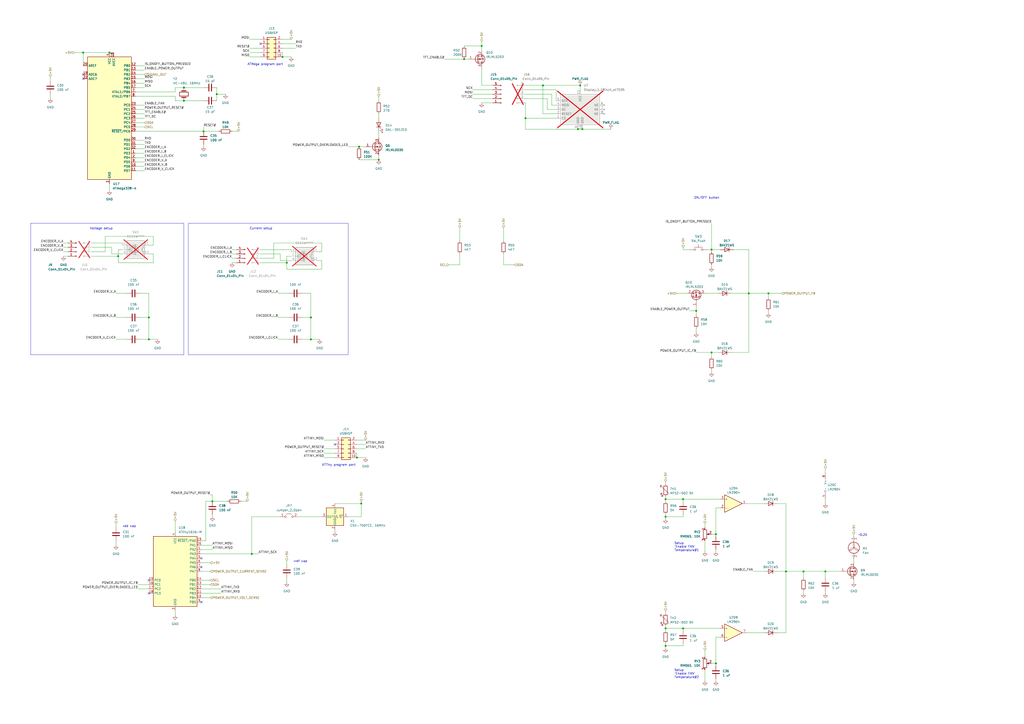
<source format=kicad_sch>
(kicad_sch (version 20230121) (generator eeschema)
  (paper "A2")
  (junction (at 478.79 331.47))
  (junction (at 163.83 33.02))
  (junction (at 180.34 196.85))
  (junction (at 434.34 170.18))
  (junction (at 386.08 364.49))
  (junction (at 166.37 152.4))
  (junction (at 304.8 68.58))
  (junction (at 68.58 148.59))
  (junction (at 180.34 184.15))
  (junction (at 125.73 54.61))
  (junction (at 48.26 30.48))
  (junction (at 86.36 196.85))
  (junction (at 386.08 299.72))
  (junction (at 386.08 289.56))
  (junction (at 415.29 309.88))
  (junction (at 445.77 170.18))
  (junction (at 386.08 374.65))
  (junction (at 146.05 321.31))
  (junction (at 207.01 265.43))
  (junction (at 106.68 50.8))
  (junction (at 118.11 76.2))
  (junction (at 455.93 331.47))
  (junction (at 209.55 292.1))
  (junction (at 396.24 364.49))
  (junction (at 123.19 290.83))
  (junction (at 403.86 180.34))
  (junction (at 335.28 74.93))
  (junction (at 269.24 34.29))
  (junction (at 219.71 92.71))
  (junction (at 314.96 49.53))
  (junction (at 466.09 331.47))
  (junction (at 415.29 384.81))
  (junction (at 396.24 289.56))
  (junction (at 412.75 204.47))
  (junction (at 106.68 58.42))
  (junction (at 336.55 49.53))
  (junction (at 337.82 74.93))
  (junction (at 86.36 184.15))
  (junction (at 63.5 30.48))
  (junction (at 412.75 144.78))
  (junction (at 208.28 85.09))
  (junction (at 279.4 26.67))
  (no_connect (at 194.31 257.81))
  (no_connect (at 86.36 336.55))
  (no_connect (at 86.36 344.17))
  (no_connect (at 116.84 323.85))
  (no_connect (at 116.84 328.93))
  (no_connect (at 48.26 45.72))
  (no_connect (at 48.26 43.18))
  (no_connect (at 116.84 349.25))
  (no_connect (at 151.13 25.4))
  (wire (pts (xy 168.91 144.78) (xy 168.91 146.05)))
  (wire (pts (xy 396.24 144.78) (xy 400.05 144.78)))
  (wire (pts (xy 118.11 83.82) (xy 118.11 85.09)))
  (wire (pts (xy 219.71 90.17) (xy 219.71 92.71)))
  (wire (pts (xy 304.8 68.58) (xy 304.8 74.93)))
  (wire (pts (xy 386.08 289.56) (xy 386.08 290.83)))
  (wire (pts (xy 151.13 144.78) (xy 168.91 144.78)))
  (wire (pts (xy 386.08 289.56) (xy 396.24 289.56)))
  (wire (pts (xy 412.75 214.63) (xy 412.75 215.9)))
  (wire (pts (xy 279.4 24.13) (xy 279.4 26.67)))
  (wire (pts (xy 396.24 373.38) (xy 396.24 374.65)))
  (wire (pts (xy 408.94 170.18) (xy 416.56 170.18)))
  (wire (pts (xy 78.74 48.26) (xy 83.82 48.26)))
  (wire (pts (xy 88.9 142.24) (xy 86.36 142.24)))
  (wire (pts (xy 78.74 88.9) (xy 83.82 88.9)))
  (wire (pts (xy 408.94 377.19) (xy 408.94 381)))
  (wire (pts (xy 412.75 204.47) (xy 416.56 204.47)))
  (wire (pts (xy 67.31 184.15) (xy 73.66 184.15)))
  (wire (pts (xy 116.84 326.39) (xy 121.92 326.39)))
  (wire (pts (xy 320.04 54.61) (xy 320.04 60.96)))
  (wire (pts (xy 60.96 146.05) (xy 60.96 137.16)))
  (wire (pts (xy 269.24 26.67) (xy 279.4 26.67)))
  (wire (pts (xy 466.09 331.47) (xy 455.93 331.47)))
  (wire (pts (xy 386.08 364.49) (xy 396.24 364.49)))
  (wire (pts (xy 119.38 290.83) (xy 123.19 290.83)))
  (wire (pts (xy 386.08 279.4) (xy 386.08 280.67)))
  (wire (pts (xy 29.21 54.61) (xy 29.21 57.15)))
  (wire (pts (xy 386.08 288.29) (xy 386.08 289.56)))
  (wire (pts (xy 186.69 146.05) (xy 184.15 146.05)))
  (wire (pts (xy 166.37 325.12) (xy 166.37 327.66)))
  (wire (pts (xy 478.79 289.56) (xy 478.79 292.1)))
  (wire (pts (xy 86.36 147.32) (xy 88.9 147.32)))
  (wire (pts (xy 445.77 170.18) (xy 453.39 170.18)))
  (wire (pts (xy 88.9 147.32) (xy 88.9 152.4)))
  (wire (pts (xy 478.79 331.47) (xy 466.09 331.47)))
  (wire (pts (xy 161.29 196.85) (xy 167.64 196.85)))
  (wire (pts (xy 292.1 132.08) (xy 292.1 139.7)))
  (wire (pts (xy 158.75 149.86) (xy 158.75 140.97)))
  (wire (pts (xy 134.62 76.2) (xy 138.43 76.2)))
  (wire (pts (xy 187.96 262.89) (xy 194.31 262.89)))
  (wire (pts (xy 186.69 151.13) (xy 186.69 156.21)))
  (wire (pts (xy 175.26 196.85) (xy 180.34 196.85)))
  (wire (pts (xy 434.34 170.18) (xy 434.34 204.47)))
  (wire (pts (xy 186.69 156.21) (xy 166.37 156.21)))
  (wire (pts (xy 478.79 331.47) (xy 487.68 331.47)))
  (wire (pts (xy 304.8 74.93) (xy 335.28 74.93)))
  (wire (pts (xy 166.37 335.28) (xy 166.37 337.82)))
  (wire (pts (xy 415.29 369.57) (xy 415.29 384.81)))
  (wire (pts (xy 386.08 364.49) (xy 386.08 365.76)))
  (wire (pts (xy 116.84 321.31) (xy 146.05 321.31)))
  (wire (pts (xy 434.34 144.78) (xy 434.34 170.18)))
  (wire (pts (xy 219.71 66.04) (xy 219.71 68.58)))
  (wire (pts (xy 201.93 299.72) (xy 209.55 299.72)))
  (wire (pts (xy 71.12 144.78) (xy 68.58 144.78)))
  (wire (pts (xy 116.84 339.09) (xy 121.92 339.09)))
  (wire (pts (xy 415.29 369.57) (xy 417.83 369.57)))
  (wire (pts (xy 187.96 255.27) (xy 194.31 255.27)))
  (wire (pts (xy 495.3 309.88) (xy 495.3 311.15)))
  (wire (pts (xy 194.31 307.34) (xy 194.31 308.61)))
  (wire (pts (xy 80.01 341.63) (xy 86.36 341.63)))
  (wire (pts (xy 434.34 170.18) (xy 445.77 170.18)))
  (wire (pts (xy 208.28 92.71) (xy 219.71 92.71)))
  (wire (pts (xy 412.75 153.67) (xy 412.75 154.94)))
  (wire (pts (xy 410.21 144.78) (xy 412.75 144.78)))
  (wire (pts (xy 106.68 50.8) (xy 118.11 50.8)))
  (wire (pts (xy 48.26 30.48) (xy 63.5 30.48)))
  (wire (pts (xy 78.74 71.12) (xy 83.82 71.12)))
  (wire (pts (xy 86.36 196.85) (xy 91.44 196.85)))
  (wire (pts (xy 386.08 354.33) (xy 386.08 355.6)))
  (wire (pts (xy 415.29 294.64) (xy 417.83 294.64)))
  (wire (pts (xy 64.77 147.32) (xy 71.12 147.32)))
  (wire (pts (xy 415.29 294.64) (xy 415.29 309.88)))
  (wire (pts (xy 116.84 331.47) (xy 121.92 331.47)))
  (wire (pts (xy 337.82 74.93) (xy 354.33 74.93)))
  (wire (pts (xy 396.24 298.45) (xy 396.24 299.72)))
  (wire (pts (xy 119.38 290.83) (xy 119.38 313.69)))
  (wire (pts (xy 78.74 55.88) (xy 101.6 55.88)))
  (wire (pts (xy 78.74 50.8) (xy 83.82 50.8)))
  (wire (pts (xy 207.01 255.27) (xy 212.09 255.27)))
  (wire (pts (xy 415.29 318.77) (xy 415.29 320.04)))
  (wire (pts (xy 163.83 33.02) (xy 168.91 33.02)))
  (wire (pts (xy 80.01 339.09) (xy 86.36 339.09)))
  (wire (pts (xy 60.96 137.16) (xy 88.9 137.16)))
  (wire (pts (xy 274.32 52.07) (xy 285.75 52.07)))
  (wire (pts (xy 187.96 265.43) (xy 194.31 265.43)))
  (wire (pts (xy 412.75 384.81) (xy 415.29 384.81)))
  (wire (pts (xy 408.94 303.53) (xy 408.94 306.07)))
  (wire (pts (xy 412.75 129.54) (xy 412.75 144.78)))
  (wire (pts (xy 134.62 149.86) (xy 137.16 149.86)))
  (wire (pts (xy 396.24 289.56) (xy 396.24 290.83)))
  (wire (pts (xy 116.84 344.17) (xy 128.27 344.17)))
  (wire (pts (xy 292.1 153.67) (xy 298.45 153.67)))
  (wire (pts (xy 53.34 143.51) (xy 64.77 143.51)))
  (wire (pts (xy 207.01 265.43) (xy 212.09 265.43)))
  (wire (pts (xy 125.73 54.61) (xy 130.81 54.61)))
  (wire (pts (xy 48.26 30.48) (xy 48.26 38.1)))
  (wire (pts (xy 186.69 140.97) (xy 186.69 146.05)))
  (wire (pts (xy 78.74 83.82) (xy 83.82 83.82)))
  (wire (pts (xy 209.55 299.72) (xy 209.55 292.1)))
  (wire (pts (xy 257.81 34.29) (xy 269.24 34.29)))
  (wire (pts (xy 207.01 262.89) (xy 207.01 265.43)))
  (wire (pts (xy 322.58 52.07) (xy 322.58 58.42)))
  (wire (pts (xy 400.05 180.34) (xy 403.86 180.34)))
  (wire (pts (xy 78.74 96.52) (xy 83.82 96.52)))
  (wire (pts (xy 424.18 170.18) (xy 434.34 170.18)))
  (wire (pts (xy 168.91 148.59) (xy 166.37 148.59)))
  (wire (pts (xy 36.83 148.59) (xy 39.37 148.59)))
  (wire (pts (xy 180.34 170.18) (xy 180.34 184.15)))
  (wire (pts (xy 274.32 57.15) (xy 285.75 57.15)))
  (wire (pts (xy 78.74 86.36) (xy 83.82 86.36)))
  (wire (pts (xy 274.32 54.61) (xy 285.75 54.61)))
  (wire (pts (xy 151.13 149.86) (xy 158.75 149.86)))
  (wire (pts (xy 151.13 147.32) (xy 162.56 147.32)))
  (wire (pts (xy 101.6 354.33) (xy 101.6 356.87)))
  (wire (pts (xy 403.86 190.5) (xy 403.86 193.04)))
  (wire (pts (xy 116.84 346.71) (xy 121.92 346.71)))
  (wire (pts (xy 279.4 59.69) (xy 285.75 59.69)))
  (wire (pts (xy 123.19 290.83) (xy 132.08 290.83)))
  (wire (pts (xy 162.56 151.13) (xy 168.91 151.13)))
  (wire (pts (xy 279.4 49.53) (xy 279.4 39.37)))
  (wire (pts (xy 123.19 287.02) (xy 123.19 290.83)))
  (wire (pts (xy 304.8 57.15) (xy 317.5 57.15)))
  (wire (pts (xy 101.6 302.26) (xy 101.6 308.61)))
  (wire (pts (xy 209.55 292.1) (xy 209.55 290.83)))
  (wire (pts (xy 412.75 144.78) (xy 417.83 144.78)))
  (wire (pts (xy 63.5 30.48) (xy 66.04 30.48)))
  (wire (pts (xy 78.74 93.98) (xy 83.82 93.98)))
  (wire (pts (xy 144.78 27.94) (xy 151.13 27.94)))
  (wire (pts (xy 396.24 364.49) (xy 417.83 364.49)))
  (wire (pts (xy 116.84 318.77) (xy 123.19 318.77)))
  (wire (pts (xy 68.58 144.78) (xy 68.58 148.59)))
  (wire (pts (xy 78.74 76.2) (xy 118.11 76.2)))
  (wire (pts (xy 304.8 68.58) (xy 322.58 68.58)))
  (wire (pts (xy 36.83 146.05) (xy 39.37 146.05)))
  (wire (pts (xy 162.56 147.32) (xy 162.56 151.13)))
  (wire (pts (xy 78.74 73.66) (xy 83.82 73.66)))
  (wire (pts (xy 118.11 73.66) (xy 118.11 76.2)))
  (wire (pts (xy 425.45 144.78) (xy 434.34 144.78)))
  (wire (pts (xy 166.37 152.4) (xy 166.37 156.21)))
  (wire (pts (xy 81.28 184.15) (xy 86.36 184.15)))
  (wire (pts (xy 208.28 85.09) (xy 212.09 85.09)))
  (wire (pts (xy 269.24 34.29) (xy 271.78 34.29)))
  (wire (pts (xy 125.73 50.8) (xy 125.73 54.61)))
  (wire (pts (xy 29.21 44.45) (xy 29.21 46.99)))
  (wire (pts (xy 445.77 180.34) (xy 445.77 181.61)))
  (wire (pts (xy 314.96 66.04) (xy 314.96 49.53)))
  (wire (pts (xy 260.35 153.67) (xy 266.7 153.67)))
  (wire (pts (xy 194.31 292.1) (xy 209.55 292.1)))
  (wire (pts (xy 67.31 313.69) (xy 67.31 316.23)))
  (wire (pts (xy 433.07 367.03) (xy 443.23 367.03)))
  (wire (pts (xy 81.28 170.18) (xy 86.36 170.18)))
  (wire (pts (xy 144.78 33.02) (xy 151.13 33.02)))
  (wire (pts (xy 166.37 148.59) (xy 166.37 152.4)))
  (wire (pts (xy 317.5 57.15) (xy 317.5 63.5)))
  (wire (pts (xy 466.09 331.47) (xy 466.09 335.28)))
  (wire (pts (xy 322.58 66.04) (xy 314.96 66.04)))
  (wire (pts (xy 455.93 367.03) (xy 450.85 367.03)))
  (wire (pts (xy 78.74 66.04) (xy 83.82 66.04)))
  (wire (pts (xy 412.75 309.88) (xy 415.29 309.88)))
  (wire (pts (xy 53.34 146.05) (xy 60.96 146.05)))
  (wire (pts (xy 433.07 292.1) (xy 443.23 292.1)))
  (wire (pts (xy 412.75 204.47) (xy 412.75 207.01)))
  (wire (pts (xy 292.1 147.32) (xy 292.1 153.67)))
  (wire (pts (xy 101.6 53.34) (xy 101.6 50.8)))
  (wire (pts (xy 163.83 27.94) (xy 171.45 27.94)))
  (wire (pts (xy 123.19 298.45) (xy 123.19 299.72)))
  (wire (pts (xy 180.34 184.15) (xy 180.34 196.85)))
  (wire (pts (xy 386.08 299.72) (xy 386.08 300.99)))
  (wire (pts (xy 396.24 143.51) (xy 396.24 144.78)))
  (wire (pts (xy 43.18 30.48) (xy 48.26 30.48)))
  (wire (pts (xy 163.83 22.86) (xy 168.91 22.86)))
  (wire (pts (xy 207.01 257.81) (xy 212.09 257.81)))
  (wire (pts (xy 436.88 331.47) (xy 443.23 331.47)))
  (wire (pts (xy 304.8 54.61) (xy 320.04 54.61)))
  (wire (pts (xy 146.05 299.72) (xy 162.56 299.72)))
  (wire (pts (xy 386.08 373.38) (xy 386.08 374.65)))
  (wire (pts (xy 67.31 170.18) (xy 73.66 170.18)))
  (wire (pts (xy 478.79 271.78) (xy 478.79 274.32)))
  (wire (pts (xy 478.79 342.9) (xy 478.79 344.17)))
  (wire (pts (xy 408.94 388.62) (xy 408.94 394.97)))
  (wire (pts (xy 86.36 184.15) (xy 86.36 196.85)))
  (wire (pts (xy 396.24 299.72) (xy 386.08 299.72)))
  (wire (pts (xy 175.26 184.15) (xy 180.34 184.15)))
  (wire (pts (xy 455.93 292.1) (xy 455.93 331.47)))
  (wire (pts (xy 163.83 25.4) (xy 171.45 25.4)))
  (wire (pts (xy 304.8 59.69) (xy 304.8 68.58)))
  (wire (pts (xy 445.77 172.72) (xy 445.77 170.18)))
  (wire (pts (xy 415.29 311.15) (xy 415.29 309.88)))
  (wire (pts (xy 149.86 321.31) (xy 146.05 321.31)))
  (wire (pts (xy 53.34 140.97) (xy 71.12 140.97)))
  (wire (pts (xy 478.79 335.28) (xy 478.79 331.47)))
  (wire (pts (xy 495.3 323.85) (xy 495.3 326.39)))
  (wire (pts (xy 116.84 336.55) (xy 121.92 336.55)))
  (wire (pts (xy 78.74 99.06) (xy 83.82 99.06)))
  (wire (pts (xy 81.28 196.85) (xy 86.36 196.85)))
  (wire (pts (xy 161.29 184.15) (xy 167.64 184.15)))
  (wire (pts (xy 304.8 49.53) (xy 314.96 49.53)))
  (wire (pts (xy 53.34 148.59) (xy 68.58 148.59)))
  (wire (pts (xy 139.7 290.83) (xy 143.51 290.83)))
  (wire (pts (xy 86.36 170.18) (xy 86.36 184.15)))
  (wire (pts (xy 455.93 292.1) (xy 450.85 292.1)))
  (wire (pts (xy 180.34 196.85) (xy 185.42 196.85)))
  (wire (pts (xy 396.24 364.49) (xy 396.24 365.76)))
  (wire (pts (xy 116.84 341.63) (xy 128.27 341.63)))
  (wire (pts (xy 187.96 260.35) (xy 194.31 260.35)))
  (wire (pts (xy 317.5 63.5) (xy 322.58 63.5)))
  (wire (pts (xy 396.24 289.56) (xy 417.83 289.56)))
  (wire (pts (xy 78.74 60.96) (xy 83.82 60.96)))
  (wire (pts (xy 106.68 58.42) (xy 118.11 58.42)))
  (wire (pts (xy 78.74 63.5) (xy 83.82 63.5)))
  (wire (pts (xy 403.86 180.34) (xy 403.86 182.88)))
  (wire (pts (xy 266.7 132.08) (xy 266.7 139.7)))
  (wire (pts (xy 88.9 137.16) (xy 88.9 142.24)))
  (wire (pts (xy 78.74 53.34) (xy 101.6 53.34)))
  (wire (pts (xy 101.6 50.8) (xy 106.68 50.8)))
  (wire (pts (xy 392.43 170.18) (xy 398.78 170.18)))
  (wire (pts (xy 36.83 140.97) (xy 39.37 140.97)))
  (wire (pts (xy 207.01 260.35) (xy 212.09 260.35)))
  (wire (pts (xy 285.75 49.53) (xy 279.4 49.53)))
  (wire (pts (xy 396.24 374.65) (xy 386.08 374.65)))
  (wire (pts (xy 161.29 170.18) (xy 167.64 170.18)))
  (wire (pts (xy 125.73 54.61) (xy 125.73 58.42)))
  (wire (pts (xy 175.26 170.18) (xy 180.34 170.18)))
  (wire (pts (xy 118.11 76.2) (xy 127 76.2)))
  (wire (pts (xy 412.75 144.78) (xy 412.75 146.05)))
  (wire (pts (xy 101.6 58.42) (xy 106.68 58.42)))
  (wire (pts (xy 134.62 144.78) (xy 137.16 144.78)))
  (wire (pts (xy 415.29 393.7) (xy 415.29 394.97)))
  (wire (pts (xy 304.8 52.07) (xy 322.58 52.07)))
  (wire (pts (xy 67.31 196.85) (xy 73.66 196.85)))
  (wire (pts (xy 121.92 287.02) (xy 123.19 287.02)))
  (wire (pts (xy 144.78 22.86) (xy 151.13 22.86)))
  (wire (pts (xy 144.78 30.48) (xy 151.13 30.48)))
  (wire (pts (xy 78.74 38.1) (xy 83.82 38.1)))
  (wire (pts (xy 78.74 91.44) (xy 83.82 91.44)))
  (wire (pts (xy 134.62 152.4) (xy 137.16 152.4)))
  (wire (pts (xy 78.74 81.28) (xy 83.82 81.28)))
  (wire (pts (xy 455.93 331.47) (xy 455.93 367.03)))
  (wire (pts (xy 386.08 298.45) (xy 386.08 299.72)))
  (wire (pts (xy 36.83 143.51) (xy 39.37 143.51)))
  (wire (pts (xy 434.34 204.47) (xy 424.18 204.47)))
  (wire (pts (xy 386.08 363.22) (xy 386.08 364.49)))
  (wire (pts (xy 266.7 153.67) (xy 266.7 147.32)))
  (wire (pts (xy 116.84 316.23) (xy 123.19 316.23)))
  (wire (pts (xy 67.31 303.53) (xy 67.31 306.07)))
  (wire (pts (xy 336.55 52.07) (xy 336.55 49.53)))
  (wire (pts (xy 88.9 152.4) (xy 68.58 152.4)))
  (wire (pts (xy 163.83 30.48) (xy 163.83 33.02)))
  (wire (pts (xy 158.75 140.97) (xy 186.69 140.97)))
  (wire (pts (xy 119.38 313.69) (xy 116.84 313.69)))
  (wire (pts (xy 386.08 374.65) (xy 386.08 375.92)))
  (wire (pts (xy 172.72 299.72) (xy 186.69 299.72)))
  (wire (pts (xy 408.94 313.69) (xy 408.94 320.04)))
  (wire (pts (xy 314.96 49.53) (xy 336.55 49.53)))
  (wire (pts (xy 101.6 55.88) (xy 101.6 58.42)))
  (wire (pts (xy 320.04 60.96) (xy 322.58 60.96)))
  (wire (pts (xy 415.29 386.08) (xy 415.29 384.81)))
  (wire (pts (xy 466.09 342.9) (xy 466.09 344.17)))
  (wire (pts (xy 134.62 147.32) (xy 137.16 147.32)))
  (wire (pts (xy 450.85 331.47) (xy 455.93 331.47)))
  (wire (pts (xy 219.71 76.2) (xy 219.71 80.01)))
  (wire (pts (xy 403.86 177.8) (xy 403.86 180.34)))
  (wire (pts (xy 71.12 140.97) (xy 71.12 142.24)))
  (wire (pts (xy 219.71 55.88) (xy 219.71 58.42)))
  (wire (pts (xy 78.74 43.18) (xy 83.82 43.18)))
  (wire (pts (xy 68.58 148.59) (xy 68.58 152.4)))
  (wire (pts (xy 78.74 40.64) (xy 83.82 40.64)))
  (wire (pts (xy 63.5 106.68) (xy 63.5 110.49)))
  (wire (pts (xy 78.74 68.58) (xy 83.82 68.58)))
  (wire (pts (xy 201.93 85.09) (xy 208.28 85.09)))
  (wire (pts (xy 64.77 143.51) (xy 64.77 147.32)))
  (wire (pts (xy 279.4 26.67) (xy 279.4 29.21)))
  (wire (pts (xy 146.05 299.72) (xy 146.05 321.31)))
  (wire (pts (xy 184.15 151.13) (xy 186.69 151.13)))
  (wire (pts (xy 78.74 45.72) (xy 83.82 45.72)))
  (wire (pts (xy 495.3 336.55) (xy 495.3 337.82)))
  (wire (pts (xy 151.13 152.4) (xy 166.37 152.4)))
  (wire (pts (xy 337.82 74.93) (xy 335.28 74.93)))
  (wire (pts (xy 403.86 204.47) (xy 412.75 204.47)))
  (rectangle (start 109.22 129.54) (end 201.93 205.74))
  (rectangle (start 17.78 129.54) (end 106.68 205.74))
  (text "vref cap" (at 170.18 326.39 0) (effects (font (size 1.27 1.27)) (justify left bottom)))
  (text "~0.2A" (at 497.84 311.15 0) (effects (font (size 1.27 1.27)) (justify left bottom)))
  (text "vdd cap\n" (at 71.12 306.07 0) (effects (font (size 1.27 1.27)) (justify left bottom)))
  (text "ATTiny program port" (at 186.69 270.51 0) (effects (font (size 1.27 1.27)) (justify left bottom)))
  (text "Setup \n'Enable FAN' \nTemperature#1" (at 391.16 320.04 0) (effects (font (size 1.27 1.27)) (justify left bottom)))
  (text "Setup \n'Enable FAN' \nTemperature#2" (at 391.16 393.7 0) (effects (font (size 1.27 1.27)) (justify left bottom)))
  (text "Voltage setup" (at 52.07 133.35 0) (effects (font (size 1.27 1.27)) (justify left bottom)))
  (text "Current setup" (at 144.78 133.35 0) (effects (font (size 1.27 1.27)) (justify left bottom)))
  (text "ATMega program port" (at 143.51 38.1 0) (effects (font (size 1.27 1.27)) (justify left bottom)))
  (text "ON/OFF button" (at 402.59 115.57 0) (effects (font (size 1.27 1.27)) (justify left bottom)))
  (label "ENCODER_I_B" (at 161.29 184.15 180))
  (label "POWER_OUTPUT_OVERLOADED_LED" (at 201.93 85.09 180))
  (label "ENABLE_POWER_OUTPUT" (at 400.05 180.34 180))
  (label "POWER_OUTPUT_RESET#" (at 187.96 260.35 180))
  (label "ATTINY_TXD" (at 212.09 260.35 0))
  (label "ATTINY_SCK" (at 187.96 262.89 180))
  (label "IS_ONOFF_BUTTON_PRESSED" (at 412.75 129.54 180))
  (label "ENCODER_I_A" (at 134.62 144.78 180))
  (label "ENCODER_I_A" (at 83.82 86.36 0))
  (label "ENCODER_I_CLICK" (at 134.62 149.86 180))
  (label "ENCODER_V_B" (at 36.83 143.51 180))
  (label "ATTINY_TXD" (at 128.27 341.63 0))
  (label "POWER_OUTPUT_RESET#" (at 83.82 63.5 0))
  (label "ENCODER_V_CLICK" (at 83.82 99.06 0))
  (label "TFT_DC" (at 83.82 68.58 0))
  (label "TFT_ENABLE#" (at 257.81 34.29 180))
  (label "ENABLE_FAN" (at 83.82 60.96 0))
  (label "ATTINY_MISO" (at 123.19 318.77 0))
  (label "ENCODER_V_A" (at 83.82 93.98 0))
  (label "POWER_OUTPUT_IC_FB" (at 80.01 339.09 180))
  (label "ENCODER_I_CLICK" (at 83.82 91.44 0))
  (label "POWER_OUTPUT_RESET#" (at 121.92 287.02 180))
  (label "ATTINY_SCK" (at 149.86 321.31 0))
  (label "ENCODER_V_B" (at 83.82 96.52 0))
  (label "ENCODER_V_B" (at 67.31 184.15 180))
  (label "RESET#" (at 118.11 73.66 0))
  (label "MOSI" (at 274.32 54.61 180))
  (label "MOSI" (at 144.78 22.86 180))
  (label "ENCODER_V_A" (at 67.31 170.18 180))
  (label "ATTINY_MOSI" (at 123.19 316.23 0))
  (label "ATTINY_RXD" (at 128.27 344.17 0))
  (label "ATTINY_MOSI" (at 187.96 255.27 180))
  (label "TFT_ENABLE#" (at 83.82 66.04 0))
  (label "SCK" (at 144.78 30.48 180))
  (label "MISO" (at 83.82 48.26 0))
  (label "MISO" (at 144.78 33.02 180))
  (label "ENCODER_V_CLICK" (at 67.31 196.85 180))
  (label "SCK" (at 83.82 50.8 0))
  (label "IS_ONOFF_BUTTON_PRESSED" (at 83.82 38.1 0))
  (label "ENABLE_FAN" (at 436.88 331.47 180))
  (label "RXD" (at 83.82 81.28 0))
  (label "ENCODER_V_CLICK" (at 36.83 146.05 180))
  (label "TXD" (at 83.82 83.82 0))
  (label "ENABLE_POWER_OUTPUT" (at 83.82 40.64 0))
  (label "ENCODER_I_CLICK" (at 161.29 196.85 180))
  (label "RXD" (at 171.45 25.4 0))
  (label "ENCODER_V_A" (at 36.83 140.97 180))
  (label "ATTINY_MISO" (at 187.96 265.43 180))
  (label "MOSI" (at 83.82 45.72 0))
  (label "ENCODER_I_B" (at 134.62 147.32 180))
  (label "TXD" (at 171.45 27.94 0))
  (label "TFT_DC" (at 274.32 57.15 180))
  (label "ENCODER_I_A" (at 161.29 170.18 180))
  (label "SCK" (at 274.32 52.07 180))
  (label "ENCODER_I_B" (at 83.82 88.9 0))
  (label "POWER_OUTPUT_IC_FB" (at 403.86 204.47 180))
  (label "RESET#" (at 144.78 27.94 180))
  (label "ATTINY_RXD" (at 212.09 257.81 0))
  (label "POWER_OUTPUT_OVERLOADED_LED" (at 80.01 341.63 180))
  (hierarchical_label "+5V" (shape input) (at 212.09 255.27 90))
  (hierarchical_label "SCL" (shape input) (at 260.35 153.67 180))
  (hierarchical_label "+5V" (shape input) (at 408.94 303.53 90))
  (hierarchical_label "SDA" (shape input) (at 83.82 71.12 0))
  (hierarchical_label "SDA" (shape input) (at 298.45 153.67 0))
  (hierarchical_label "+5V" (shape input) (at 266.7 132.08 90))
  (hierarchical_label "+5V" (shape input) (at 143.51 290.83 90))
  (hierarchical_label "+5V" (shape input) (at 209.55 290.83 90))
  (hierarchical_label "+5V" (shape input) (at 495.3 309.88 90))
  (hierarchical_label "+5V" (shape input) (at 101.6 302.26 90))
  (hierarchical_label "+5V" (shape input) (at 408.94 377.19 90))
  (hierarchical_label "+5V" (shape input) (at 29.21 44.45 90))
  (hierarchical_label "+5V" (shape input) (at 43.18 30.48 180))
  (hierarchical_label "+5V" (shape input) (at 138.43 76.2 90))
  (hierarchical_label "+5V" (shape input) (at 279.4 24.13 90))
  (hierarchical_label "+5V" (shape input) (at 121.92 326.39 0))
  (hierarchical_label "+5V" (shape input) (at 386.08 279.4 90))
  (hierarchical_label "+5V" (shape input) (at 219.71 55.88 90))
  (hierarchical_label "+5V" (shape input) (at 292.1 132.08 90))
  (hierarchical_label "+5V" (shape input) (at 168.91 22.86 90))
  (hierarchical_label "+5V" (shape input) (at 392.43 170.18 180))
  (hierarchical_label "+5V" (shape input) (at 386.08 354.33 90))
  (hierarchical_label "+5V" (shape input) (at 396.24 143.51 90))
  (hierarchical_label "SDA" (shape input) (at 121.92 339.09 0))
  (hierarchical_label "POWER_OUTPUT_FB" (shape input) (at 453.39 170.18 0))
  (hierarchical_label "SIGNAL_OUT" (shape input) (at 83.82 43.18 0))
  (hierarchical_label "+5V" (shape input) (at 478.79 271.78 90))
  (hierarchical_label "POWER_OUTPUT_VOLT_SENSE" (shape input) (at 121.92 346.71 0))
  (hierarchical_label "+5V" (shape input) (at 166.37 325.12 90))
  (hierarchical_label "SCL" (shape input) (at 83.82 73.66 0))
  (hierarchical_label "SCL" (shape input) (at 121.92 336.55 0))
  (hierarchical_label "POWER_OUTPUT_CURRENT_SENSE" (shape input) (at 121.92 331.47 0))
  (hierarchical_label "+5V" (shape input) (at 67.31 303.53 90))
  (symbol (lib_id "Device:R") (at 412.75 210.82 180) (unit 1)
    (property "Reference" "R60" (at 415.29 209.55 0) (effects (justify right)))
    (property "Value" "10K" (at 415.29 212.09 0) (effects (justify right)))
    (property "Footprint" "Resistor_SMD:R_0805_2012Metric" (effects hide))
  )
  (symbol (lib_id "power:GND") (at 185.42 196.85 0) (unit 1)
    (property "Reference" "#PWR061" (effects hide))
    (property "Value" "GND" (at 185.42 201.93 0))
    (instances (project "xray" (path "" (reference "#PWR061") (unit 1))) (project "supply" (path "" (reference "#PWR056") (unit 1))))
  )
  (symbol (lib_id "Amplifier_Operational:LM2904") (at 425.45 292.1 0) (unit 1)
    (property "Reference" "U20" (at 425.45 283.21 0))
    (property "Value" "LM2904" (at 425.45 285.75 0))
    (property "Footprint" "Package_SO:SOP-8_5.28x5.23mm_P1.27mm" (effects hide))
    (property "Datasheet" "http://www.ti.com/lit/ds/symlink/lm358.pdf" (effects hide))
  )
  (symbol (lib_id "power:GND") (at 168.91 33.02 0) (unit 1)
    (property "Reference" "#PWR055" (effects hide))
    (property "Value" "GND" (at 168.91 38.1 0))
    (instances (project "supply" (path "" (reference "#PWR055") (unit 1))) (project "3dprinter_module_kicad" (path "" (reference "#PWR058") (unit 1))))
  )
  (symbol (lib_id "power:GND") (at 415.29 394.97 0) (unit 1)
    (property "Reference" "#PWR073" (effects hide))
    (property "Value" "GND" (at 415.29 400.05 0))
    (instances (project "xray" (path "" (reference "#PWR073") (unit 1))) (project "supply" (path "" (reference "#PWR069") (unit 1))))
  )
  (symbol (lib_id "Device:R") (at 135.89 290.83 90) (unit 1)
    (property "Reference" "R50" (at 135.89 285.75 90))
    (property "Value" "10K" (at 135.89 288.29 90))
    (property "Footprint" "Resistor_SMD:R_0805_2012Metric" (effects hide))
  )
  (symbol (lib_id "Connector:Conn_01x04_Pin") (at 142.24 149.86 180) (unit 1)
    (property "Reference" "J11" (at 125.73 157.48 0) (effects (justify right)))
    (property "Value" "Conn_01x04_Pin" (at 125.73 160.02 0) (effects (justify right)))
    (property "Footprint" "Connector_JST:JST_XH_B4B-XH-A_1x04_P2.50mm_Vertical" (effects hide))
  )
  (symbol (lib_id "Device:C") (at 415.29 389.89 180) (unit 1)
    (property "Reference" "C36" (at 419.1 389.255 0) (effects (justify right)))
    (property "Value" "1 uF" (at 419.1 391.795 0) (effects (justify right)))
    (property "Footprint" "Capacitor_SMD:C_0603_1608Metric" (effects hide))
    (instances (project "xray" (path "" (reference "C36") (unit 1))) (project "supply" (path "" (reference "C46") (unit 1))))
  )
  (symbol (lib_id "Device:D") (at 447.04 331.47 180) (unit 1)
    (property "Reference" "D19" (at 447.04 326.39 0))
    (property "Value" "BAV21WS" (at 447.04 328.93 0))
    (property "Footprint" "Diode_SMD:D_SOD-323F" (effects hide))
    (property "Sim.Device" "D" (effects hide))
    (property "Sim.Pins" "1=K 2=A" (effects hide))
  )
  (symbol (lib_id "Amplifier_Operational:LM2904") (at 425.45 367.03 0) (unit 2)
    (property "Reference" "U20" (at 425.45 358.14 0))
    (property "Value" "LM2904" (at 425.45 360.68 0))
    (property "Footprint" "Package_SO:SOP-8_5.28x5.23mm_P1.27mm" (effects hide))
    (property "Datasheet" "http://www.ti.com/lit/ds/symlink/lm358.pdf" (effects hide))
  )
  (symbol (lib_id "power:GND") (at 67.31 316.23 0) (unit 1)
    (property "Reference" "#PWR047" (effects hide))
    (property "Value" "GND" (at 67.31 321.31 0))
  )
  (symbol (lib_id "MCU_Microchip_ATmega:ATmega328-A") (at 63.5 68.58 0) (unit 1)
    (property "Reference" "U17" (at 65.4559 106.68 0) (effects (justify left)))
    (property "Value" "ATmega328-A" (at 65.4559 109.22 0) (effects (justify left)))
    (property "Footprint" "Package_QFP:TQFP-32_7x7mm_P0.8mm" (effects hide))
    (property "Datasheet" "http://ww1.microchip.com/downloads/en/DeviceDoc/ATmega328_P%20AVR%20MCU%20with%20picoPower%20Technology%20Data%20Sheet%2040001984A.pdf" (effects hide))
  )
  (symbol (lib_id "Device:C") (at 77.47 170.18 90) (unit 1)
    (property "Reference" "C35" (at 77.47 162.56 90))
    (property "Value" "100 nF" (at 77.47 165.1 90))
    (property "Footprint" "Capacitor_SMD:C_0603_1608Metric" (effects hide))
    (instances (project "xray" (path "" (reference "C35") (unit 1))) (project "supply" (path "" (reference "C32") (unit 1))))
  )
  (symbol (lib_id "MCU_Microchip_ATtiny:ATtiny1616-M") (at 101.6 331.47 0) (unit 1)
    (property "Reference" "U18" (at 103.5559 306.07 0) (effects (justify left)))
    (property "Value" "ATtiny1616-M" (at 103.5559 308.61 0) (effects (justify left)))
    (property "Footprint" "Package_DFN_QFN:VQFN-20-1EP_3x3mm_P0.4mm_EP1.7x1.7mm" (effects hide))
    (property "Datasheet" "http://ww1.microchip.com/downloads/en/DeviceDoc/ATtiny3216_ATtiny1616-data-sheet-40001997B.pdf" (effects hide))
  )
  (symbol (lib_id "power:GND") (at 478.79 344.17 0) (unit 1)
    (property "Reference" "#PWR073" (effects hide))
    (property "Value" "GND" (at 478.79 349.25 0))
  )
  (symbol (lib_id "Device:R") (at 412.75 149.86 180) (unit 1)
    (property "Reference" "R59" (at 415.29 148.59 0) (effects (justify right)))
    (property "Value" "10K" (at 415.29 151.13 0) (effects (justify right)))
    (property "Footprint" "Resistor_SMD:R_0805_2012Metric" (effects hide))
  )
  (symbol (lib_id "power:GND") (at 101.6 356.87 0) (unit 1)
    (property "Reference" "#PWR073" (effects hide))
    (property "Value" "GND" (at 101.6 361.95 0))
    (instances (project "xray" (path "" (reference "#PWR073") (unit 1))) (project "supply" (path "" (reference "#PWR049") (unit 1))))
  )
  (symbol (lib_id "power:GND") (at 123.19 299.72 0) (unit 1)
    (property "Reference" "#PWR051" (effects hide))
    (property "Value" "GND" (at 123.19 304.8 0))
  )
  (symbol (lib_id "Device:R") (at 208.28 88.9 180) (unit 1)
    (property "Reference" "R51" (at 210.82 88.265 0) (effects (justify right)))
    (property "Value" "100K" (at 210.82 90.805 0) (effects (justify right)))
    (property "Footprint" "Resistor_SMD:R_0805_2012Metric" (effects hide))
  )
  (symbol (lib_id "Device:R") (at 219.71 62.23 180) (unit 1)
    (property "Reference" "R52" (at 222.25 61.595 0) (effects (justify right)))
    (property "Value" "270" (at 222.25 64.135 0) (effects (justify right)))
    (property "Footprint" "Resistor_SMD:R_0805_2012Metric" (effects hide))
  )
  (symbol (lib_id "power:GND") (at 194.31 308.61 0) (unit 1)
    (property "Reference" "#PWR057" (effects hide))
    (property "Value" "GND" (at 194.31 313.69 0))
  )
  (symbol (lib_id "Device:C") (at 396.24 369.57 180) (unit 1)
    (property "Reference" "C36" (at 400.05 368.935 0) (effects (justify right)))
    (property "Value" "1 uF" (at 400.05 371.475 0) (effects (justify right)))
    (property "Footprint" "Capacitor_SMD:C_0603_1608Metric" (effects hide))
    (instances (project "xray" (path "" (reference "C36") (unit 1))) (project "supply" (path "" (reference "C44") (unit 1))))
  )
  (symbol (lib_id "Device:R") (at 266.7 143.51 180) (unit 1)
    (property "Reference" "R53" (at 269.24 142.24 0) (effects (justify right)))
    (property "Value" "4K7" (at 269.24 144.78 0) (effects (justify right)))
    (property "Footprint" "Resistor_SMD:R_0805_2012Metric" (effects hide))
  )
  (symbol (lib_id "Transistor_FET:IRLML5203") (at 403.86 172.72 270) (mirror x) (unit 1)
    (property "Reference" "Q10" (at 397.51 163.83 90) (effects (justify left)))
    (property "Value" "IRLML5203" (at 397.51 166.37 90) (effects (justify left)))
    (property "Footprint" "Package_TO_SOT_SMD:SOT-23" (effects hide))
    (property "Datasheet" "https://www.infineon.com/dgdl/irlml5203pbf.pdf?fileId=5546d462533600a40153566868da261d" (effects hide))
    (instances (project "xray" (path "" (reference "Q10") (unit 1))) (project "supply" (path "" (reference "Q8") (unit 1))))
  )
  (symbol (lib_id "Device:RotaryEncoder_Switch") (at 176.53 148.59 0) (unit 1) (in_bom no) (on_board no) (dnp yes)
    (property "Reference" "SW1" (at 176.53 138.43 0))
    (property "Value" "EC11W****" (at 176.53 140.97 0))
    (property "Footprint" "Rotary_Encoder:RotaryEncoder_Alps_EC11E-Switch_Vertical_H20mm_CircularMountingHoles" (effects hide))
    (instances (project "xray" (path "" (reference "SW1") (unit 1))) (project "supply" (path "" (reference "SW2") (unit 1))))
  )
  (symbol (lib_id "Device:D") (at 447.04 292.1 180) (unit 1)
    (property "Reference" "D18" (at 447.04 287.02 0))
    (property "Value" "BAV21WS" (at 447.04 289.56 0))
    (property "Footprint" "Diode_SMD:D_SOD-323F" (effects hide))
    (property "Sim.Device" "D" (effects hide))
    (property "Sim.Pins" "1=K 2=A" (effects hide))
  )
  (symbol (lib_id "Connector_Generic:Conn_02x05_Odd_Even") (at 199.39 260.35 0) (unit 1)
    (property "Reference" "J14" (at 200.66 248.92 0))
    (property "Value" "USBASP" (at 200.66 251.46 0))
    (property "Footprint" "Connector_PinHeader_2.54mm:PinHeader_2x05_P2.54mm_Vertical" (effects hide))
    (property "Sim.Device" "SPICE" (effects hide))
    (property "Sim.Params" "type=\"J\" model=\"USBASP\" lib=\"\"" (effects hide))
    (property "Sim.Pins" "1=1 2=2 3=3 4=4 5=5 6=6 7=7 8=8 9=9 10=10" (effects hide))
    (instances (project "supply" (path "" (reference "J14") (unit 1))) (project "3dprinter_module_kicad" (path "" (reference "J7") (unit 1))))
  )
  (symbol (lib_id "Device:C") (at 171.45 170.18 90) (unit 1)
    (property "Reference" "C35" (effects hide))
    (property "Value" "100 nF" (at 171.45 165.1 90))
    (property "Footprint" "Capacitor_SMD:C_0603_1608Metric" (effects hide))
    (instances (project "xray" (path "" (reference "C35") (unit 1))) (project "supply" (path "" (reference "C40") (unit 1))))
  )
  (symbol (lib_id "Device:R") (at 386.08 369.57 180) (unit 1)
    (property "Reference" "R57" (at 388.62 368.3 0) (effects (justify right)))
    (property "Value" "5K" (at 388.62 370.84 0) (effects (justify right)))
    (property "Footprint" "Resistor_SMD:R_0805_2012Metric" (effects hide))
  )
  (symbol (lib_id "Connector:Conn_01x04_Pin") (at 44.45 146.05 180) (unit 1)
    (property "Reference" "J9" (at 27.94 153.67 0) (effects (justify right)))
    (property "Value" "Conn_01x04_Pin" (at 27.94 156.21 0) (effects (justify right)))
    (property "Footprint" "Connector_JST:JST_XH_B4B-XH-A_1x04_P2.50mm_Vertical" (effects hide))
  )
  (symbol (lib_id "power:GND") (at 386.08 300.99 0) (unit 1)
    (property "Reference" "#PWR073" (effects hide))
    (property "Value" "GND" (at 386.08 306.07 0))
    (instances (project "xray" (path "" (reference "#PWR073") (unit 1))) (project "supply" (path "" (reference "#PWR061") (unit 1))))
  )
  (symbol (lib_id "Device:R") (at 445.77 176.53 180) (unit 1)
    (property "Reference" "R61" (at 448.31 175.26 0) (effects (justify right)))
    (property "Value" "10K" (at 448.31 177.8 0) (effects (justify right)))
    (property "Footprint" "Resistor_SMD:R_0805_2012Metric" (effects hide))
  )
  (symbol (lib_id "Connector:Conn_01x04_Pin") (at 146.05 149.86 0) (mirror x) (unit 1) (in_bom no) (on_board no) (dnp yes)
    (property "Reference" "J12" (at 148.59 157.48 0) (effects (justify right)))
    (property "Value" "Conn_01x04_Pin" (at 160.02 160.02 0) (effects (justify right)))
    (property "Footprint" "Connector_JST:JST_XH_B4B-XH-A_1x04_P2.50mm_Vertical" (effects hide))
  )
  (symbol (lib_id "power:GND") (at 466.09 344.17 0) (unit 1)
    (property "Reference" "#PWR073" (effects hide))
    (property "Value" "GND" (at 466.09 349.25 0))
    (instances (project "xray" (path "" (reference "#PWR073") (unit 1))) (project "supply" (path "" (reference "#PWR071") (unit 1))))
  )
  (symbol (lib_id "Transistor_FET:IRLML0030") (at 217.17 85.09 0) (unit 1)
    (property "Reference" "Q6" (at 223.52 84.455 0) (effects (justify left)))
    (property "Value" "IRLML0030" (at 223.52 86.995 0) (effects (justify left)))
    (property "Footprint" "Package_TO_SOT_SMD:SOT-23" (effects hide))
    (property "Datasheet" "https://www.infineon.com/dgdl/irlml0030pbf.pdf?fileId=5546d462533600a401535664773825df" (effects hide))
  )
  (symbol (lib_id "Jumper:Jumper_2_Open") (at 167.64 299.72 0) (unit 1)
    (property "Reference" "JP7" (at 167.64 293.37 0))
    (property "Value" "Jumper_2_Open" (at 167.64 295.91 0))
    (property "Footprint" "TestPoint:TestPoint_2Pads_Pitch2.54mm_Drill0.8mm" (effects hide))
  )
  (symbol (lib_id "Device:C") (at 166.37 331.47 0) (unit 1)
    (property "Reference" "C39" (at 170.18 330.2 0) (effects (justify left)))
    (property "Value" "100 nF" (at 170.18 332.74 0) (effects (justify left)))
    (property "Footprint" "Capacitor_SMD:C_0603_1608Metric" (effects hide))
  )
  (symbol (lib_id "Device:C") (at 121.92 58.42 90) (unit 1)
    (property "Reference" "C37" (at 121.92 62.23 90))
    (property "Value" "15 pF" (at 121.92 64.77 90))
    (property "Footprint" "Capacitor_SMD:C_0603_1608Metric" (effects hide))
  )
  (symbol (lib_id "power:GND") (at 408.94 320.04 0) (unit 1)
    (property "Reference" "#PWR073" (effects hide))
    (property "Value" "GND" (at 408.94 325.12 0))
    (instances (project "xray" (path "" (reference "#PWR073") (unit 1))) (project "supply" (path "" (reference "#PWR064") (unit 1))))
  )
  (symbol (lib_id "power:GND") (at 478.79 292.1 0) (unit 1)
    (property "Reference" "#PWR073" (effects hide))
    (property "Value" "GND" (at 478.79 297.18 0))
    (instances (project "xray" (path "" (reference "#PWR073") (unit 1))) (project "supply" (path "" (reference "#PWR072") (unit 1))))
  )
  (symbol (lib_id "Connector:Conn_01x05_Pin") (at 299.72 54.61 0) (mirror x) (unit 1) (in_bom no) (on_board no) (dnp yes)
    (property "Reference" "J16" (at 307.34 43.18 0) (effects (justify right)))
    (property "Value" "Conn_01x05_Pin" (at 318.77 45.72 0) (effects (justify right)))
  )
  (symbol (lib_id "Device:R_Potentiometer") (at 408.94 309.88 0) (unit 1)
    (property "Reference" "RV2" (at 406.4 308.61 0) (effects (justify right)))
    (property "Value" "RM065, 10K" (at 406.4 311.15 0) (effects (justify right)))
    (property "Footprint" "Potentiometer_THT:Potentiometer_Runtron_RM-065_Vertical" (effects hide))
  )
  (symbol (lib_id "Device:R") (at 130.81 76.2 90) (unit 1)
    (property "Reference" "R49" (at 130.81 71.12 90))
    (property "Value" "10K" (at 130.81 73.66 90))
    (property "Footprint" "Resistor_SMD:R_0805_2012Metric" (effects hide))
  )
  (symbol (lib_id "power:GND") (at 130.81 54.61 0) (unit 1)
    (property "Reference" "#PWR052" (effects hide))
    (property "Value" "GND" (at 130.81 59.69 0))
  )
  (symbol (lib_id "Device:R_Potentiometer") (at 408.94 384.81 0) (unit 1)
    (property "Reference" "RV3" (at 406.4 383.54 0) (effects (justify right)))
    (property "Value" "RM065, 10K" (at 406.4 386.08 0) (effects (justify right)))
    (property "Footprint" "Potentiometer_THT:Potentiometer_Runtron_RM-065_Vertical" (effects hide))
  )
  (symbol (lib_id "power:GND") (at 386.08 375.92 0) (unit 1)
    (property "Reference" "#PWR073" (effects hide))
    (property "Value" "GND" (at 386.08 381 0))
    (instances (project "xray" (path "" (reference "#PWR073") (unit 1))) (project "supply" (path "" (reference "#PWR062") (unit 1))))
  )
  (symbol (lib_id "Device:C") (at 396.24 294.64 180) (unit 1)
    (property "Reference" "C36" (at 400.05 294.005 0) (effects (justify right)))
    (property "Value" "1 uF" (at 400.05 296.545 0) (effects (justify right)))
    (property "Footprint" "Capacitor_SMD:C_0603_1608Metric" (effects hide))
    (instances (project "xray" (path "" (reference "C36") (unit 1))) (project "supply" (path "" (reference "C43") (unit 1))))
  )
  (symbol (lib_id "power:PWR_FLAG") (at 336.55 49.53 0) (unit 1)
    (property "Reference" "#FLG017" (effects hide))
    (property "Value" "PWR_FLAG" (at 336.55 45.72 0))
  )
  (symbol (lib_id "Device:Thermistor_NTC") (at 386.08 359.41 0) (unit 1)
    (property "Reference" "TH2" (at 388.62 358.4575 0) (effects (justify left)))
    (property "Value" "MF52-502 5K" (at 388.62 360.9975 0) (effects (justify left)))
    (property "Footprint" "Connector_JST:JST_XH_B2B-XH-A_1x02_P2.50mm_Vertical" (effects hide))
  )
  (symbol (lib_id "Device:C") (at 121.92 50.8 90) (unit 1)
    (property "Reference" "C36" (at 121.92 44.45 90))
    (property "Value" "15 pF" (at 121.92 46.99 90))
    (property "Footprint" "Capacitor_SMD:C_0603_1608Metric" (effects hide))
  )
  (symbol (lib_id "Device:C") (at 77.47 184.15 90) (unit 1)
    (property "Reference" "C36" (at 77.47 176.53 90))
    (property "Value" "100 nF" (at 77.47 179.07 90))
    (property "Footprint" "Capacitor_SMD:C_0603_1608Metric" (effects hide))
    (instances (project "xray" (path "" (reference "C36") (unit 1))) (project "supply" (path "" (reference "C33") (unit 1))))
  )
  (symbol (lib_id "power:GND") (at 415.29 320.04 0) (unit 1)
    (property "Reference" "#PWR073" (effects hide))
    (property "Value" "GND" (at 415.29 325.12 0))
    (instances (project "xray" (path "" (reference "#PWR073") (unit 1))) (project "supply" (path "" (reference "#PWR068") (unit 1))))
  )
  (symbol (lib_id "power:PWR_FLAG") (at 354.33 74.93 0) (unit 1)
    (property "Reference" "#FLG018" (effects hide))
    (property "Value" "PWR_FLAG" (at 354.33 71.12 0))
  )
  (symbol (lib_id "Device:R") (at 403.86 186.69 0) (unit 1)
    (property "Reference" "R58" (at 406.4 185.42 0) (effects (justify left)))
    (property "Value" "10K" (at 406.4 187.96 0) (effects (justify left)))
    (property "Footprint" "Resistor_SMD:R_0805_2012Metric" (effects hide))
  )
  (symbol (lib_id "Device:C") (at 478.79 339.09 180) (unit 1)
    (property "Reference" "C36" (at 482.6 338.455 0) (effects (justify right)))
    (property "Value" "1 uF" (at 482.6 340.995 0) (effects (justify right)))
    (property "Footprint" "Capacitor_SMD:C_0603_1608Metric" (effects hide))
    (instances (project "xray" (path "" (reference "C36") (unit 1))) (project "supply" (path "" (reference "C47") (unit 1))))
  )
  (symbol (lib_id "power:GND") (at 279.4 59.69 0) (unit 1)
    (property "Reference" "#PWR069" (effects hide))
    (property "Value" "GND" (at 279.4 64.77 0))
    (instances (project "xray" (path "" (reference "#PWR069") (unit 1))) (project "supply" (path "" (reference "#PWR060") (unit 1))))
  )
  (symbol (lib_id "Device:Crystal") (at 106.68 54.61 90) (unit 1)
    (property "Reference" "Y2" (at 100.33 45.72 90) (effects (justify right)))
    (property "Value" "HC-49U, 16MHz" (at 100.33 48.26 90) (effects (justify right)))
    (property "Footprint" "Crystal:Crystal_HC49-U_Vertical" (effects hide))
  )
  (symbol (lib_id "power:GND") (at 412.75 215.9 0) (unit 1)
    (property "Reference" "#PWR073" (effects hide))
    (property "Value" "GND" (at 412.75 220.98 0))
    (instances (project "xray" (path "" (reference "#PWR073") (unit 1))) (project "supply" (path "" (reference "#PWR067") (unit 1))))
  )
  (symbol (lib_id "power:GND") (at 134.62 152.4 0) (unit 1)
    (property "Reference" "#PWR057" (effects hide))
    (property "Value" "GND" (at 134.62 157.48 0))
    (instances (project "xray" (path "" (reference "#PWR057") (unit 1))) (project "supply" (path "" (reference "#PWR053") (unit 1))))
  )
  (symbol (lib_id "power:GND") (at 408.94 394.97 0) (unit 1)
    (property "Reference" "#PWR073" (effects hide))
    (property "Value" "GND" (at 408.94 400.05 0))
    (instances (project "xray" (path "" (reference "#PWR073") (unit 1))) (project "supply" (path "" (reference "#PWR065") (unit 1))))
  )
  (symbol (lib_id "power:GND") (at 219.71 92.71 0) (unit 1)
    (property "Reference" "#PWR073" (effects hide))
    (property "Value" "GND" (at 219.71 97.79 0))
    (instances (project "xray" (path "" (reference "#PWR073") (unit 1))) (project "supply" (path "" (reference "#PWR059") (unit 1))))
  )
  (symbol (lib_id "Device:R") (at 466.09 339.09 180) (unit 1)
    (property "Reference" "R62" (at 468.63 338.455 0) (effects (justify right)))
    (property "Value" "10K" (at 468.63 340.995 0) (effects (justify right)))
    (property "Footprint" "Resistor_SMD:R_0805_2012Metric" (effects hide))
  )
  (symbol (lib_id "Connector:Conn_01x04_Pin") (at 48.26 146.05 0) (mirror x) (unit 1) (in_bom no) (on_board no) (dnp yes)
    (property "Reference" "J10" (at 50.8 153.67 0) (effects (justify right)))
    (property "Value" "Conn_01x04_Pin" (at 62.23 156.21 0) (effects (justify right)))
    (property "Footprint" "Connector_JST:JST_XH_B4B-XH-A_1x04_P2.50mm_Vertical" (effects hide))
  )
  (symbol (lib_id "Device:D") (at 420.37 170.18 180) (unit 1)
    (property "Reference" "D15" (at 420.37 165.1 0))
    (property "Value" "BAV21WS" (at 420.37 167.64 0))
    (property "Footprint" "Diode_SMD:D_SOD-323F" (effects hide))
    (property "Sim.Device" "D" (effects hide))
    (property "Sim.Pins" "1=K 2=A" (effects hide))
  )
  (symbol (lib_id "Device:C") (at 171.45 196.85 90) (unit 1)
    (property "Reference" "C37" (at 171.45 189.23 90))
    (property "Value" "100 nF" (at 171.45 191.77 90))
    (property "Footprint" "Capacitor_SMD:C_0603_1608Metric" (effects hide))
    (instances (project "xray" (path "" (reference "C37") (unit 1))) (project "supply" (path "" (reference "C42") (unit 1))))
  )
  (symbol (lib_id "Device:R") (at 269.24 30.48 180) (unit 1)
    (property "Reference" "R32" (at 262.89 29.21 0) (effects (justify right)))
    (property "Value" "200K" (at 262.89 31.75 0) (effects (justify right)))
    (property "Footprint" "Resistor_SMD:R_0805_2012Metric" (effects hide))
    (instances (project "xray" (path "" (reference "R32") (unit 1))) (project "supply" (path "" (reference "R54") (unit 1))))
  )
  (symbol (lib_id "power:GND") (at 118.11 85.09 0) (unit 1)
    (property "Reference" "#PWR050" (effects hide))
    (property "Value" "GND" (at 118.11 90.17 0))
  )
  (symbol (lib_id "Device:C") (at 77.47 196.85 90) (unit 1)
    (property "Reference" "C37" (at 77.47 189.23 90))
    (property "Value" "100 nF" (at 77.47 191.77 90))
    (property "Footprint" "Capacitor_SMD:C_0603_1608Metric" (effects hide))
    (instances (project "xray" (path "" (reference "C37") (unit 1))) (project "supply" (path "" (reference "C34") (unit 1))))
  )
  (symbol (lib_id "power:GND") (at 412.75 154.94 0) (unit 1)
    (property "Reference" "#PWR073" (effects hide))
    (property "Value" "GND" (at 412.75 160.02 0))
    (instances (project "xray" (path "" (reference "#PWR073") (unit 1))) (project "supply" (path "" (reference "#PWR066") (unit 1))))
  )
  (symbol (lib_id "Motor:Fan") (at 495.3 318.77 0) (unit 1)
    (property "Reference" "M1" (at 500.38 318.135 0) (effects (justify left)))
    (property "Value" "Fan" (at 500.38 320.675 0) (effects (justify left)))
    (property "Footprint" "Connector_JST:JST_XH_B2B-XH-A_1x02_P2.50mm_Vertical" (effects hide))
  )
  (symbol (lib_id "Transistor_FET:IRLML5203") (at 276.86 34.29 0) (mirror x) (unit 1)
    (property "Reference" "Q10" (at 281.94 30.48 0) (effects (justify left)))
    (property "Value" "IRLML5203" (at 281.94 33.02 0) (effects (justify left)))
    (property "Footprint" "Package_TO_SOT_SMD:SOT-23" (effects hide))
    (property "Datasheet" "https://www.infineon.com/dgdl/irlml5203pbf.pdf?fileId=5546d462533600a40153566868da261d" (effects hide))
    (instances (project "xray" (path "" (reference "Q10") (unit 1))) (project "supply" (path "" (reference "Q7") (unit 1))))
  )
  (symbol (lib_id "Device:D") (at 421.64 144.78 180) (unit 1)
    (property "Reference" "D17" (at 421.64 139.7 0))
    (property "Value" "BAV21WS" (at 421.64 142.24 0))
    (property "Footprint" "Diode_SMD:D_SOD-323F" (effects hide))
    (property "Sim.Device" "D" (effects hide))
    (property "Sim.Pins" "1=K 2=A" (effects hide))
  )
  (symbol (lib_id "Oscillator:SG-211") (at 194.31 299.72 0) (mirror y) (unit 1)
    (property "Reference" "X1" (at 204.47 302.26 0))
    (property "Value" "CSX-750FCC, 16MHz" (at 213.36 304.8 0))
    (property "Footprint" "Oscillator:Oscillator_SMD_Abracon_ASE-4Pin_3.2x2.5mm" (effects hide))
    (property "Datasheet" "https://support.epson.biz/td/api/doc_check.php?mode=dl&lang=en&Parts=SG-211SEE" (effects hide))
  )
  (symbol (lib_id "Device:RotaryEncoder_Switch") (at 78.74 144.78 0) (unit 1) (in_bom no) (on_board no) (dnp yes)
    (property "Reference" "SW1" (at 78.74 134.62 0))
    (property "Value" "EC11W****" (at 78.74 137.16 0))
    (property "Footprint" "Rotary_Encoder:RotaryEncoder_Alps_EC11E-Switch_Vertical_H20mm_CircularMountingHoles" (effects hide))
  )
  (symbol (lib_id "Device:LED") (at 219.71 72.39 90) (unit 1)
    (property "Reference" "D14" (at 223.52 72.7075 90) (effects (justify right)))
    (property "Value" "GNL-3012ED" (at 223.52 75.2475 90) (effects (justify right)))
    (property "Footprint" "Connector_JST:JST_XH_B2B-XH-A_1x02_P2.50mm_Vertical" (effects hide))
  )
  (symbol (lib_id "power:GND") (at 29.21 57.15 0) (unit 1)
    (property "Reference" "#PWR044" (effects hide))
    (property "Value" "GND" (at 29.21 62.23 0))
  )
  (symbol (lib_id "power:GND") (at 445.77 181.61 0) (unit 1)
    (property "Reference" "#PWR073" (effects hide))
    (property "Value" "GND" (at 445.77 186.69 0))
    (instances (project "xray" (path "" (reference "#PWR073") (unit 1))) (project "supply" (path "" (reference "#PWR070") (unit 1))))
  )
  (symbol (lib_id "Device:R") (at 292.1 143.51 180) (unit 1)
    (property "Reference" "R55" (at 294.64 142.24 0) (effects (justify right)))
    (property "Value" "4K7" (at 294.64 144.78 0) (effects (justify right)))
    (property "Footprint" "Resistor_SMD:R_0805_2012Metric" (effects hide))
  )
  (symbol (lib_id "Connector_Generic:Conn_02x05_Odd_Even") (at 156.21 27.94 0) (unit 1)
    (property "Reference" "J13" (at 157.48 16.51 0))
    (property "Value" "USBASP" (at 157.48 19.05 0))
    (property "Footprint" "Connector_PinHeader_2.54mm:PinHeader_2x05_P2.54mm_Vertical" (effects hide))
    (property "Sim.Device" "SPICE" (effects hide))
    (property "Sim.Params" "type=\"J\" model=\"USBASP\" lib=\"\"" (effects hide))
    (property "Sim.Pins" "1=1 2=2 3=3 4=4 5=5 6=6 7=7 8=8 9=9 10=10" (effects hide))
    (instances (project "supply" (path "" (reference "J13") (unit 1))) (project "3dprinter_module_kicad" (path "" (reference "J7") (unit 1))))
  )
  (symbol (lib_id "power:GND") (at 495.3 337.82 0) (unit 1)
    (property "Reference" "#PWR074" (effects hide))
    (property "Value" "GND" (at 495.3 342.9 0))
  )
  (symbol (lib_id "power:GND") (at 212.09 265.43 0) (unit 1)
    (property "Reference" "#PWR058" (effects hide))
    (property "Value" "GND" (at 212.09 270.51 0))
  )
  (symbol (lib_id "Switch:SW_Push") (at 405.13 144.78 0) (unit 1)
    (property "Reference" "SW3" (at 405.13 137.16 0))
    (property "Value" "SW_Push" (at 405.13 139.7 0))
    (property "Footprint" "Connector_JST:JST_XH_B2B-XH-A_1x02_P2.50mm_Vertical" (effects hide))
  )
  (symbol (lib_id "Transistor_FET:IRLML0030") (at 492.76 331.47 0) (unit 1)
    (property "Reference" "Q9" (at 499.11 330.835 0) (effects (justify left)))
    (property "Value" "IRLML0030" (at 499.11 333.375 0) (effects (justify left)))
    (property "Footprint" "Package_TO_SOT_SMD:SOT-23" (effects hide))
    (property "Datasheet" "https://www.infineon.com/dgdl/irlml0030pbf.pdf?fileId=5546d462533600a401535664773825df" (effects hide))
  )
  (symbol (lib_id "power:GND") (at 403.86 193.04 0) (unit 1)
    (property "Reference" "#PWR073" (effects hide))
    (property "Value" "GND" (at 403.86 198.12 0))
    (instances (project "xray" (path "" (reference "#PWR073") (unit 1))) (project "supply" (path "" (reference "#PWR063") (unit 1))))
  )
  (symbol (lib_id "Device:C") (at 123.19 294.64 0) (unit 1)
    (property "Reference" "C38" (at 127 293.37 0) (effects (justify left)))
    (property "Value" "100 nF" (at 127 295.91 0) (effects (justify left)))
    (property "Footprint" "Capacitor_SMD:C_0603_1608Metric" (effects hide))
  )
  (symbol (lib_id "power:GND") (at 36.83 148.59 0) (unit 1)
    (property "Reference" "#PWR057" (effects hide))
    (property "Value" "GND" (at 36.83 153.67 0))
    (instances (project "xray" (path "" (reference "#PWR057") (unit 1))) (project "supply" (path "" (reference "#PWR045") (unit 1))))
  )
  (symbol (lib_id "Device:C") (at 29.21 50.8 0) (unit 1)
    (property "Reference" "C30" (at 33.02 49.53 0) (effects (justify left)))
    (property "Value" "100 nF" (at 33.02 52.07 0) (effects (justify left)))
    (property "Footprint" "Capacitor_SMD:C_0603_1608Metric" (effects hide))
  )
  (symbol (lib_id "Device:C") (at 67.31 309.88 0) (unit 1)
    (property "Reference" "C31" (at 71.12 308.61 0) (effects (justify left)))
    (property "Value" "100 nF" (at 71.12 311.15 0) (effects (justify left)))
    (property "Footprint" "Capacitor_SMD:C_0603_1608Metric" (effects hide))
  )
  (symbol (lib_id "Device:R") (at 386.08 294.64 180) (unit 1)
    (property "Reference" "R56" (at 388.62 293.37 0) (effects (justify right)))
    (property "Value" "5K" (at 388.62 295.91 0) (effects (justify right)))
    (property "Footprint" "Resistor_SMD:R_0805_2012Metric" (effects hide))
  )
  (symbol (lib_id "Connector:Conn_01x05_Pin") (at 290.83 54.61 180) (unit 1)
    (property "Reference" "J15" (at 284.48 43.18 0) (effects (justify right)))
    (property "Value" "Conn_01x05_Pin" (at 284.48 45.72 0) (effects (justify right)))
    (property "Footprint" "Connector_JST:JST_XH_B5B-XH-A_1x05_P2.50mm_Vertical" (effects hide))
  )
  (symbol (lib_id "My_Library:Display_1.18inch_st7535") (at 336.55 63.5 0) (unit 1) (on_board no) (dnp yes)
    (property "Reference" "U7" (at 338.5694 49.53 0) (effects (justify left)))
    (property "Value" "Display_1.18inch_st7535" (at 338.5694 52.07 0) (effects (justify left)))
    (property "Footprint" "Library:Display_1.18inch_st7735" (effects hide))
    (instances (project "xray" (path "" (reference "U7") (unit 1))) (project "supply" (path "" (reference "U19") (unit 1))))
  )
  (symbol (lib_id "Device:D") (at 447.04 367.03 180) (unit 1)
    (property "Reference" "D20" (at 447.04 361.95 0))
    (property "Value" "BAV21WS" (at 447.04 364.49 0))
    (property "Footprint" "Diode_SMD:D_SOD-323F" (effects hide))
    (property "Sim.Device" "D" (effects hide))
    (property "Sim.Pins" "1=K 2=A" (effects hide))
  )
  (symbol (lib_id "Amplifier_Operational:LM2904") (at 481.33 281.94 0) (unit 3)
    (property "Reference" "U20" (at 480.06 281.305 0) (effects (justify left)))
    (property "Value" "LM2904" (at 480.06 283.845 0) (effects (justify left)))
    (property "Footprint" "Package_SO:SOP-8_5.28x5.23mm_P1.27mm" (effects hide))
    (property "Datasheet" "http://www.ti.com/lit/ds/symlink/lm358.pdf" (effects hide))
  )
  (symbol (lib_id "Device:C") (at 118.11 80.01 0) (unit 1)
    (property "Reference" "C35" (at 121.92 78.74 0) (effects (justify left)))
    (property "Value" "100 nF" (at 121.92 81.28 0) (effects (justify left)))
    (property "Footprint" "Capacitor_SMD:C_0603_1608Metric" (effects hide))
  )
  (symbol (lib_id "Device:Thermistor_NTC") (at 386.08 284.48 0) (unit 1)
    (property "Reference" "TH1" (at 388.62 283.5275 0) (effects (justify left)))
    (property "Value" "MF52-502 5K" (at 388.62 286.0675 0) (effects (justify left)))
    (property "Footprint" "Connector_JST:JST_XH_B2B-XH-A_1x02_P2.50mm_Vertical" (effects hide))
  )
  (symbol (lib_id "power:GND") (at 166.37 337.82 0) (unit 1)
    (property "Reference" "#PWR054" (effects hide))
    (property "Value" "GND" (at 166.37 342.9 0))
  )
  (symbol (lib_id "power:GND") (at 91.44 196.85 0) (unit 1)
    (property "Reference" "#PWR061" (effects hide))
    (property "Value" "GND" (at 91.44 201.93 0))
    (instances (project "xray" (path "" (reference "#PWR061") (unit 1))) (project "supply" (path "" (reference "#PWR048") (unit 1))))
  )
  (symbol (lib_id "Device:C") (at 171.45 184.15 90) (unit 1)
    (property "Reference" "C36" (at 171.45 176.53 90))
    (property "Value" "100 nF" (at 171.45 179.07 90))
    (property "Footprint" "Capacitor_SMD:C_0603_1608Metric" (effects hide))
    (instances (project "xray" (path "" (reference "C36") (unit 1))) (project "supply" (path "" (reference "C41") (unit 1))))
  )
  (symbol (lib_id "Device:D") (at 420.37 204.47 180) (unit 1)
    (property "Reference" "D16" (at 420.37 199.39 0))
    (property "Value" "BAV21WS" (at 420.37 201.93 0))
    (property "Footprint" "Diode_SMD:D_SOD-323F" (effects hide))
    (property "Sim.Device" "D" (effects hide))
    (property "Sim.Pins" "1=K 2=A" (effects hide))
  )
  (symbol (lib_id "Device:C") (at 415.29 314.96 180) (unit 1)
    (property "Reference" "C36" (at 419.1 314.325 0) (effects (justify right)))
    (property "Value" "1 uF" (at 419.1 316.865 0) (effects (justify right)))
    (property "Footprint" "Capacitor_SMD:C_0603_1608Metric" (effects hide))
    (instances (project "xray" (path "" (reference "C36") (unit 1))) (project "supply" (path "" (reference "C45") (unit 1))))
  )
  (symbol (lib_id "power:GND") (at 63.5 110.49 0) (unit 1)
    (property "Reference" "#PWR046" (effects hide))
    (property "Value" "GND" (at 63.5 115.57 0))
  )
)
</source>
